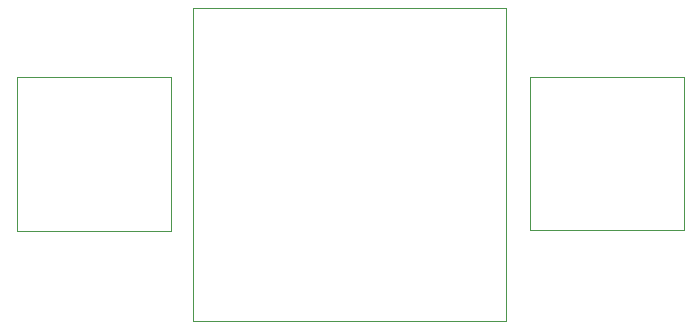
<source format=gbr>
%TF.GenerationSoftware,KiCad,Pcbnew,9.0.2*%
%TF.CreationDate,2025-08-01T16:53:23-07:00*%
%TF.ProjectId,bitboy,62697462-6f79-42e6-9b69-6361645f7063,rev?*%
%TF.SameCoordinates,Original*%
%TF.FileFunction,Other,User*%
%FSLAX46Y46*%
G04 Gerber Fmt 4.6, Leading zero omitted, Abs format (unit mm)*
G04 Created by KiCad (PCBNEW 9.0.2) date 2025-08-01 16:53:23*
%MOMM*%
%LPD*%
G01*
G04 APERTURE LIST*
%ADD10C,0.050000*%
G04 APERTURE END LIST*
D10*
%TO.C,S1*%
X161750000Y-69280000D02*
X174750000Y-69280000D01*
X161750000Y-82280000D02*
X161750000Y-69280000D01*
X174750000Y-69280000D02*
X174750000Y-82280000D01*
X174750000Y-82280000D02*
X161750000Y-82280000D01*
%TO.C,S2*%
X118317500Y-69330000D02*
X131317500Y-69330000D01*
X118317500Y-82330000D02*
X118317500Y-69330000D01*
X131317500Y-69330000D02*
X131317500Y-82330000D01*
X131317500Y-82330000D02*
X118317500Y-82330000D01*
%TO.C,U2*%
X133250000Y-63445000D02*
X159750000Y-63445000D01*
X133250000Y-89945000D02*
X133250000Y-63445000D01*
X159750000Y-63445000D02*
X159750000Y-89945000D01*
X159750000Y-89945000D02*
X133250000Y-89945000D01*
%TD*%
M02*

</source>
